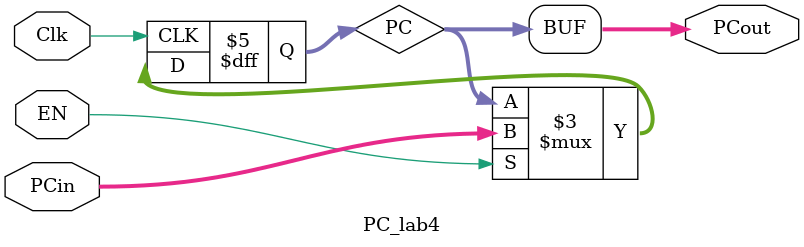
<source format=v>
`timescale 1ns / 1ps
module PC_lab4(Clk, EN, PCin, PCout
    );
	 input Clk;		//CLK-ʱ���źţ�
	 input EN;
	 input [31:0] PCin;	//PCin-������������룻
	 output [31:0] PCout;	//PCout-��������������
	 
	 reg [31:0] PC = 32'h00000000;
	 
	 always @ (negedge Clk)
	 	if (EN) begin
	   		PC <= PCin;
		end
	 assign PCout = PC;	  

endmodule

</source>
